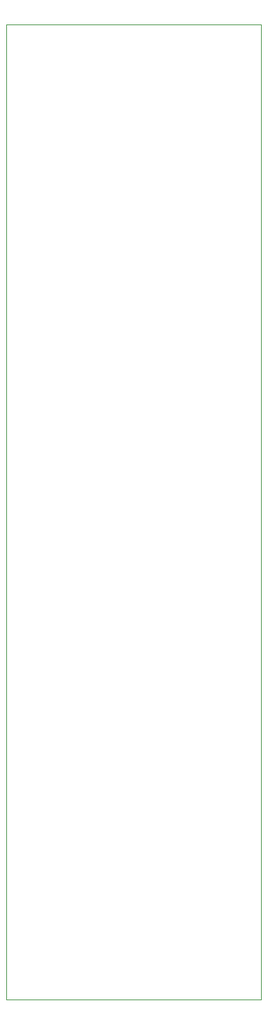
<source format=gbr>
%TF.GenerationSoftware,KiCad,Pcbnew,8.0.1*%
%TF.CreationDate,2024-07-30T21:31:35-05:00*%
%TF.ProjectId,expression-pedal-to-pwm,65787072-6573-4736-996f-6e2d70656461,rev?*%
%TF.SameCoordinates,Original*%
%TF.FileFunction,Profile,NP*%
%FSLAX46Y46*%
G04 Gerber Fmt 4.6, Leading zero omitted, Abs format (unit mm)*
G04 Created by KiCad (PCBNEW 8.0.1) date 2024-07-30 21:31:35*
%MOMM*%
%LPD*%
G01*
G04 APERTURE LIST*
%TA.AperFunction,Profile*%
%ADD10C,0.050000*%
%TD*%
G04 APERTURE END LIST*
D10*
X109000000Y-74500000D02*
X139900000Y-74500000D01*
X139900000Y-192500000D01*
X109000000Y-192500000D01*
X109000000Y-74500000D01*
M02*

</source>
